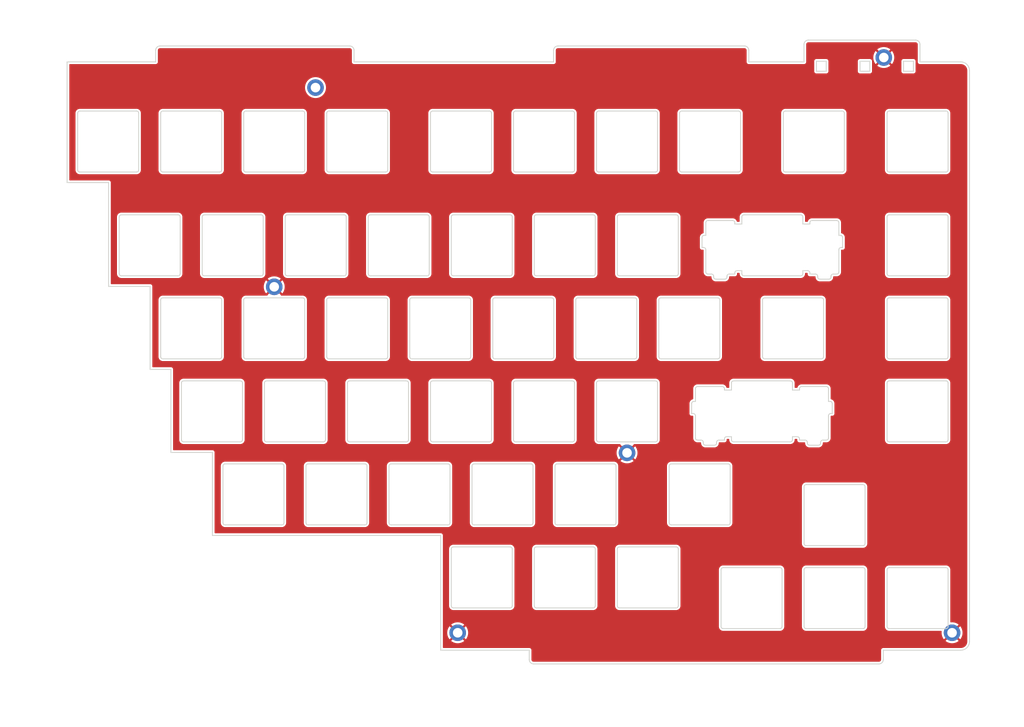
<source format=kicad_pcb>
(kicad_pcb (version 20240108) (generator "pcbnew") (generator_version "8.0")
  (layers (0 "F.Cu" signal) (31 "B.Cu" signal) (34 "B.Paste" user) (35 "F.Paste" user) (36 "B.SilkS" user "B.Silkscreen") (37 "F.SilkS" user "F.Silkscreen") (38 "B.Mask" user) (39 "F.Mask" user) (44 "Edge.Cuts" user))
  (net 0 "")
  (net 1 "GND")
  (footprint "MountingHole:MountingHole_2.2mm_M2_DIN965_Pad" (layer "F.Cu") (at 188.4875 119.716)
    (property "Reference" "H2" (hide yes))
    (property "Value" "MountingHole_Pad")
    (pad "1" thru_hole circle (at 0 0) (size 3.8 3.8) (drill 2.2) (layers "*.Cu" "*.Mask") (net 1 "GND"))
  )
  (footprint "MountingHole:MountingHole_2.2mm_M2_DIN965_Pad" (layer "F.Cu") (at 107.525 81.6165)
    (property "Reference" "H1" (hide yes))
    (property "Value" "MountingHole_Pad")
    (pad "1" thru_hole circle (at 0 0) (size 3.8 3.8) (drill 2.2) (layers "*.Cu" "*.Mask") (net 1 "GND"))
  )
  (footprint "MountingHole:MountingHole_2.2mm_M2_DIN965_Pad" (layer "F.Cu") (at 263.0695 161)
    (property "Reference" "H3" (hide yes))
    (property "Value" "MountingHole_Pad")
    (pad "1" thru_hole circle (at 0 0) (size 3.8 3.8) (drill 2.2) (layers "*.Cu" "*.Mask") (net 1 "GND"))
  )
  (footprint "MountingHole:MountingHole_2.2mm_M2_DIN965_Pad" (layer "F.Cu") (at 149.625 161)
    (property "Reference" "H4" (hide yes))
    (property "Value" "MountingHole_Pad")
    (pad "1" thru_hole circle (at 0 0) (size 3.8 3.8) (drill 2.2) (layers "*.Cu" "*.Mask") (net 1 "GND"))
  )
  (footprint "MountingHole:MountingHole_2.2mm_M2_DIN965_Pad" (layer "F.Cu") (at 117 35.9)
    (property "Reference" "H1" (hide yes))
    (property "Value" "MountingHole_Pad")
    (pad "1" thru_hole circle (at 0 0) (size 3.8 3.8) (drill 2.2) (layers "*.Cu" "*.Mask"))
  )
  (footprint "MountingHole:MountingHole_2.2mm_M2_DIN965_Pad" (layer "F.Cu") (at 247.4005 29)
    (property "Reference" "H5" (hide yes))
    (property "Value" "MountingHole_Pad")
    (pad "1" thru_hole circle (at 0 0) (size 3.8 3.8) (drill 2.2) (layers "*.Cu" "*.Mask") (net 1 "GND"))
  )
  (gr_arc (start 96.2625 136.2415) (mid 95.908947 136.095053) (end 95.7625 135.7415) (stroke (width 0.2)) (layer "Edge.Cuts"))
  (gr_line (start 204.17835 116.2884) (end 204.17835 111.192529) (stroke (width 0.2)) (layer "Edge.Cuts"))
  (gr_arc (start 206.4818 117.9639) (mid 206.125739 117.814911) (end 205.98175 117.4568) (stroke (width 0.2)) (layer "Edge.Cuts"))
  (gr_line (start 206.5596 78.1955) (end 206.5596 73.0995) (stroke (width 0.2)) (layer "Edge.Cuts"))
  (gr_line (start 142.6 79.0915) (end 129.6 79.0915) (stroke (width 0.2)) (layer "Edge.Cuts"))
  (gr_arc (start 185.9625 135.7415) (mid 185.816053 136.095053) (end 185.4625 136.2415) (stroke (width 0.2)) (layer "Edge.Cuts"))
  (gr_arc (start 243.1125 159.554) (mid 242.966053 159.907553) (end 242.6125 160.054) (stroke (width 0.2)) (layer "Edge.Cuts"))
  (gr_arc (start 242.6125 127.004) (mid 242.966053 127.150447) (end 243.1125 127.504) (stroke (width 0.2)) (layer "Edge.Cuts"))
  (gr_arc (start 128.8125 135.7415) (mid 128.666053 136.095053) (end 128.3125 136.2415) (stroke (width 0.2)) (layer "Edge.Cuts"))
  (gr_line (start 212.94375 103.1915) (end 225.9437 103.1915) (stroke (width 0.2)) (layer "Edge.Cuts"))
  (gr_arc (start 109.7625 135.7415) (mid 109.616053 136.095053) (end 109.2625 136.2415) (stroke (width 0.2)) (layer "Edge.Cuts"))
  (gr_arc (start 124.05 78.5915) (mid 123.903553 78.945053) (end 123.55 79.0915) (stroke (width 0.2)) (layer "Edge.Cuts"))
  (gr_line (start 156.8875 55.279) (end 143.8875 55.279) (stroke (width 0.2)) (layer "Edge.Cuts"))
  (gr_arc (start 120.075 55.279) (mid 119.721447 55.132553) (end 119.575 54.779) (stroke (width 0.2)) (layer "Edge.Cuts"))
  (gr_arc (start 91.5 79.0915) (mid 91.146447 78.945053) (end 91 78.5915) (stroke (width 0.2)) (layer "Edge.Cuts"))
  (gr_arc (start 195.4875 116.6915) (mid 195.341053 117.045053) (end 194.9875 117.1915) (stroke (width 0.2)) (layer "Edge.Cuts"))
  (gr_arc (start 177.225 98.1415) (mid 176.871447 97.995053) (end 176.725 97.6415) (stroke (width 0.2)) (layer "Edge.Cuts"))
  (gr_arc (start 209.275 84.1415) (mid 209.628553 84.287947) (end 209.775 84.6415) (stroke (width 0.2)) (layer "Edge.Cuts"))
  (gr_line (start 153.4125 122.2415) (end 166.4125 122.2415) (stroke (width 0.2)) (layer "Edge.Cuts"))
  (gr_line (start 251.9445 32.15) (end 251.9445 29.85) (stroke (width 0.2)) (layer "Edge.Cuts"))
  (gr_line (start 180.7 155.2915) (end 167.7 155.2915) (stroke (width 0.2)) (layer "Edge.Cuts"))
  (gr_line (start 128.3125 136.2415) (end 115.3125 136.2415) (stroke (width 0.2)) (layer "Edge.Cuts"))
  (gr_line (start 76.425 41.779) (end 76.425 54.779) (stroke (width 0.2)) (layer "Edge.Cuts"))
  (gr_arc (start 100.2375 116.6915) (mid 100.091053 117.045053) (end 99.7375 117.1915) (stroke (width 0.2)) (layer "Edge.Cuts"))
  (gr_line (start 83.8125 100.5665) (end 83.8125 119.6165) (stroke (width 0.2)) (layer "Edge.Cuts"))
  (gr_arc (start 224.0625 159.554) (mid 223.916053 159.907553) (end 223.5625 160.054) (stroke (width 0.2)) (layer "Edge.Cuts"))
  (gr_line (start 235.57275 110.6995) (end 235.20915 110.6995) (stroke (width 0.2)) (layer "Edge.Cuts"))
  (gr_arc (start 186.25 65.5915) (mid 186.396447 65.237947) (end 186.75 65.0915) (stroke (width 0.2)) (layer "Edge.Cuts"))
  (gr_arc (start 226.44375 116.6915) (mid 226.2973 117.045036) (end 225.94375 117.1915) (stroke (width 0.2)) (layer "Edge.Cuts"))
  (gr_line (start 138.625 97.6415) (end 138.625 84.6415) (stroke (width 0.2)) (layer "Edge.Cuts"))
  (gr_arc (start 128.3125 122.2415) (mid 128.666053 122.387947) (end 128.8125 122.7415) (stroke (width 0.2)) (layer "Edge.Cuts"))
  (gr_arc (start 120.075 98.1415) (mid 119.721447 97.995053) (end 119.575 97.6415) (stroke (width 0.2)) (layer "Edge.Cuts"))
  (gr_arc (start 230.3578 117.9639) (mid 230.001739 117.814911) (end 229.85775 117.4568) (stroke (width 0.2)) (layer "Edge.Cuts"))
  (gr_arc (start 207.863 78.6955) (mid 208.216553 78.841947) (end 208.363 79.1955) (stroke (width 0.2)) (layer "Edge.Cuts"))
  (gr_line (start 167.2 78.5915) (end 167.2 65.5915) (stroke (width 0.2)) (layer "Edge.Cuts"))
  (gr_line (start 120.075 84.1415) (end 133.075 84.1415) (stroke (width 0.2)) (layer "Edge.Cuts"))
  (gr_line (start 85.45 79.0915) (end 72.45 79.0915) (stroke (width 0.2)) (layer "Edge.Cuts"))
  (gr_arc (start 171.627 27.35) (mid 171.919893 26.642893) (end 172.627 26.35) (stroke (width 0.2)) (layer "Edge.Cuts"))
  (gr_arc (start 137.8375 103.1915) (mid 138.191053 103.337947) (end 138.3375 103.6915) (stroke (width 0.2)) (layer "Edge.Cuts"))
  (gr_arc (start 248.6625 79.0915) (mid 248.308947 78.945053) (end 248.1625 78.5915) (stroke (width 0.2)) (layer "Edge.Cuts"))
  (gr_line (start 91 78.5915) (end 91 65.5915) (stroke (width 0.2)) (layer "Edge.Cuts"))
  (gr_arc (start 138.3375 116.6915) (mid 138.191053 117.045053) (end 137.8375 117.1915) (stroke (width 0.2)) (layer "Edge.Cuts"))
  (gr_line (start 91.5 65.0915) (end 104.5 65.0915) (stroke (width 0.2)) (layer "Edge.Cuts"))
  (gr_line (start 213.2144 78.6955) (end 211.911 78.6955) (stroke (width 0.2)) (layer "Edge.Cuts"))
  (gr_line (start 265.0685 30) (end 255.7005 30) (stroke (width 0.2)) (layer "Edge.Cuts"))
  (gr_arc (start 138.625 84.6415) (mid 138.771447 84.287947) (end 139.125 84.1415) (stroke (width 0.2)) (layer "Edge.Cuts"))
  (gr_line (start 228.55435 104.5019) (end 234.2091 104.5019) (stroke (width 0.2)) (layer "Edge.Cuts"))
  (gr_arc (start 262.1625 116.6915) (mid 262.016053 117.045053) (end 261.6625 117.1915) (stroke (width 0.2)) (layer "Edge.Cuts"))
  (gr_line (start 166.4125 136.2415) (end 153.4125 136.2415) (stroke (width 0.2)) (layer "Edge.Cuts"))
  (gr_line (start 224.35 54.779) (end 224.35 41.779) (stroke (width 0.2)) (layer "Edge.Cuts"))
  (gr_line (start 262.1625 146.554) (end 262.1625 159.554) (stroke (width 0.2)) (layer "Edge.Cuts"))
  (gr_line (start 143.3875 54.779) (end 143.3875 41.779) (stroke (width 0.2)) (layer "Edge.Cuts"))
  (gr_line (start 143.8875 103.1915) (end 156.8875 103.1915) (stroke (width 0.2)) (layer "Edge.Cuts"))
  (gr_line (start 228.05435 105.3147) (end 228.05435 105.0019) (stroke (width 0.2)) (layer "Edge.Cuts"))
  (gr_arc (start 195.4875 54.779) (mid 195.341053 55.132553) (end 194.9875 55.279) (stroke (width 0.2)) (layer "Edge.Cuts"))
  (gr_line (start 228.825 77.9081) (end 228.825 78.5915) (stroke (width 0.2)) (layer "Edge.Cuts"))
  (gr_arc (start 147.8625 135.7415) (mid 147.716053 136.095053) (end 147.3625 136.2415) (stroke (width 0.2)) (layer "Edge.Cuts"))
  (gr_line (start 105 65.5915) (end 105 78.5915) (stroke (width 0.2)) (layer "Edge.Cuts"))
  (gr_arc (start 171.175 84.1415) (mid 171.528553 84.287947) (end 171.675 84.6415) (stroke (width 0.2)) (layer "Edge.Cuts"))
  (gr_line (start 129.6 65.0915) (end 142.6 65.0915) (stroke (width 0.2)) (layer "Edge.Cuts"))
  (gr_arc (start 229.9356 77.9081) (mid 230.289153 78.054547) (end 230.4356 78.4081) (stroke (width 0.2)) (layer "Edge.Cuts"))
  (gr_arc (start 211.411 79.1955) (mid 211.557447 78.841947) (end 211.911 78.6955) (stroke (width 0.2)) (layer "Edge.Cuts"))
  (gr_line (start 167.7 141.2915) (end 180.7 141.2915) (stroke (width 0.2)) (layer "Edge.Cuts"))
  (gr_arc (start 114.525 54.779) (mid 114.378553 55.132553) (end 114.025 55.279) (stroke (width 0.2)) (layer "Edge.Cuts"))
  (gr_line (start 242.6125 141.004) (end 229.6125 141.004) (stroke (width 0.2)) (layer "Edge.Cuts"))
  (gr_arc (start 224.35 41.779) (mid 224.496447 41.425447) (end 224.85 41.279) (stroke (width 0.2)) (layer "Edge.Cuts"))
  (gr_line (start 81.975 41.279) (end 94.975 41.279) (stroke (width 0.2)) (layer "Edge.Cuts"))
  (gr_arc (start 248.1625 41.779) (mid 248.308947 41.425447) (end 248.6625 41.279) (stroke (width 0.2)) (layer "Edge.Cuts"))
  (gr_arc (start 248.1625 84.6415) (mid 248.308947 84.287947) (end 248.6625 84.1415) (stroke (width 0.2)) (layer "Edge.Cuts"))
  (gr_arc (start 119.575 41.779) (mid 119.721447 41.425447) (end 120.075 41.279) (stroke (width 0.2)) (layer "Edge.Cuts"))
  (gr_line (start 62.425 54.779) (end 62.425 41.779) (stroke (width 0.2)) (layer "Edge.Cuts"))
  (gr_line (start 100.525 54.779) (end 100.525 41.779) (stroke (width 0.2)) (layer "Edge.Cuts"))
  (gr_line (start 216.427 30) (end 216.427 27.35) (stroke (width 0.2)) (layer "Edge.Cuts"))
  (gr_arc (start 228.05435 105.0019) (mid 228.2008 104.648364) (end 228.55435 104.5019) (stroke (width 0.2)) (layer "Edge.Cuts"))
  (gr_arc (start 200.5375 41.779) (mid 200.683947 41.425447) (end 201.0375 41.279) (stroke (width 0.2)) (layer "Edge.Cuts"))
  (gr_line (start 226.44375 103.698671) (end 226.44375 105.3147) (stroke (width 0.2)) (layer "Edge.Cuts"))
  (gr_line (start 157.3875 41.779) (end 157.3875 54.779) (stroke (width 0.2)) (layer "Edge.Cuts"))
  (gr_line (start 223.5625 160.054) (end 210.5625 160.054) (stroke (width 0.2)) (layer "Edge.Cuts"))
  (gr_arc (start 181.4875 103.6915) (mid 181.633947 103.337947) (end 181.9875 103.1915) (stroke (width 0.2)) (layer "Edge.Cuts"))
  (gr_arc (start 104.5 65.0915) (mid 104.853553 65.237947) (end 105 65.5915) (stroke (width 0.2)) (layer "Edge.Cuts"))
  (gr_arc (start 162.9375 117.1915) (mid 162.583947 117.045053) (end 162.4375 116.6915) (stroke (width 0.2)) (layer "Edge.Cuts"))
  (gr_arc (start 118.7875 103.1915) (mid 119.141053 103.337947) (end 119.2875 103.6915) (stroke (width 0.2)) (layer "Edge.Cuts"))
  (gr_arc (start 80.321 27.35) (mid 80.613893 26.642893) (end 81.321 26.35) (stroke (width 0.2)) (layer "Edge.Cuts"))
  (gr_line (start 148.65 141.2915) (end 161.65 141.2915) (stroke (width 0.2)) (layer "Edge.Cuts"))
  (gr_line (start 234.70915 111.1995) (end 234.70915 116.2955) (stroke (width 0.2)) (layer "Edge.Cuts"))
  (gr_arc (start 205.4816 116.7955) (mid 205.83275 116.939479) (end 205.98175 117.288529) (stroke (width 0.2)) (layer "Edge.Cuts"))
  (gr_line (start 109.2625 136.2415) (end 96.2625 136.2415) (stroke (width 0.2)) (layer "Edge.Cuts"))
  (gr_arc (start 215.325 79.0915) (mid 214.971447 78.945053) (end 214.825 78.5915) (stroke (width 0.2)) (layer "Edge.Cuts"))
  (gr_arc (start 203.31475 108.4055) (mid 203.4612 108.051964) (end 203.81475 107.9055) (stroke (width 0.2)) (layer "Edge.Cuts"))
  (gr_line (start 238.35 41.779) (end 238.35 54.779) (stroke (width 0.2)) (layer "Edge.Cuts"))
  (gr_arc (start 261.6625 146.054) (mid 262.016053 146.200447) (end 262.1625 146.554) (stroke (width 0.2)) (layer "Edge.Cuts"))
  (gr_line (start 119.2875 103.6915) (end 119.2875 116.6915) (stroke (width 0.2)) (layer "Edge.Cuts"))
  (gr_arc (start 223.5625 146.054) (mid 223.916053 146.200447) (end 224.0625 146.554) (stroke (width 0.2)) (layer "Edge.Cuts"))
  (gr_arc (start 86.2375 103.6915) (mid 86.383947 103.337947) (end 86.7375 103.1915) (stroke (width 0.2)) (layer "Edge.Cuts"))
  (gr_arc (start 110.55 79.0915) (mid 110.196447 78.945053) (end 110.05 78.5915) (stroke (width 0.2)) (layer "Edge.Cuts"))
  (gr_line (start 198.15625 135.7344) (end 198.15625 122.7415) (stroke (width 0.2)) (layer "Edge.Cuts"))
  (gr_arc (start 101.025 55.279) (mid 100.671447 55.132553) (end 100.525 54.779) (stroke (width 0.2)) (layer "Edge.Cuts"))
  (gr_line (start 234.1945 29.85) (end 234.1945 32.15) (stroke (width 0.2)) (layer "Edge.Cuts"))
  (gr_line (start 69.525 81.5165) (end 79.05 81.5165) (stroke (width 0.2)) (layer "Edge.Cuts"))
  (gr_line (start 231.9445 29.85) (end 234.1945 29.85) (stroke (width 0.2)) (layer "Edge.Cuts"))
  (gr_line (start 175.9375 55.279) (end 162.9375 55.279) (stroke (width 0.2)) (layer "Edge.Cuts"))
  (gr_line (start 262.1625 41.779) (end 262.1625 54.779) (stroke (width 0.2)) (layer "Edge.Cuts"))
  (gr_arc (start 181.2 154.7915) (mid 181.053553 155.145053) (end 180.7 155.2915) (stroke (width 0.2)) (layer "Edge.Cuts"))
  (gr_line (start 80.321 27.35) (end 80.321 30) (stroke (width 0.2)) (layer "Edge.Cuts"))
  (gr_line (start 134.3625 122.2415) (end 147.3625 122.2415) (stroke (width 0.2)) (layer "Edge.Cuts"))
  (gr_arc (start 214.5375 54.779) (mid 214.391053 55.132553) (end 214.0375 55.279) (stroke (width 0.2)) (layer "Edge.Cuts"))
  (gr_arc (start 230.4356 66.9019) (mid 230.582047 66.548347) (end 230.9356 66.4019) (stroke (width 0.2)) (layer "Edge.Cuts"))
  (gr_line (start 157.675 97.6415) (end 157.675 84.6415) (stroke (width 0.2)) (layer "Edge.Cuts"))
  (gr_arc (start 143.1 78.5915) (mid 142.953553 78.945053) (end 142.6 79.0915) (stroke (width 0.2)) (layer "Edge.Cuts"))
  (gr_arc (start 162.4375 41.779) (mid 162.583947 41.425447) (end 162.9375 41.279) (stroke (width 0.2)) (layer "Edge.Cuts"))
  (gr_arc (start 262.1625 159.554) (mid 262.016053 159.907553) (end 261.6625 160.054) (stroke (width 0.2)) (layer "Edge.Cuts"))
  (gr_arc (start 157.3875 116.6915) (mid 157.241053 117.045053) (end 156.8875 117.1915) (stroke (width 0.2)) (layer "Edge.Cuts"))
  (gr_arc (start 129.1 65.5915) (mid 129.246447 65.237947) (end 129.6 65.0915) (stroke (width 0.2)) (layer "Edge.Cuts"))
  (gr_line (start 212.44375 116.6844) (end 212.44375 116.0081) (stroke (width 0.2)) (layer "Edge.Cuts"))
  (gr_line (start 208.363 79.3639) (end 208.363 79.1955) (stroke (width 0.2)) (layer "Edge.Cuts"))
  (gr_line (start 237.85 55.279) (end 224.85 55.279) (stroke (width 0.2)) (layer "Edge.Cuts"))
  (gr_line (start 229.0905 30) (end 216.427 30) (stroke (width 0.2)) (layer "Edge.Cuts"))
  (gr_line (start 94.975 55.279) (end 81.975 55.279) (stroke (width 0.2)) (layer "Edge.Cuts"))
  (gr_arc (start 176.4375 54.779) (mid 176.291053 55.132553) (end 175.9375 55.279) (stroke (width 0.2)) (layer "Edge.Cuts"))
  (gr_line (start 124.3375 116.6915) (end 124.3375 103.6915) (stroke (width 0.2)) (layer "Edge.Cuts"))
  (gr_line (start 248.1625 78.5915) (end 248.1625 65.5915) (stroke (width 0.2)) (layer "Edge.Cuts"))
  (gr_line (start 261.6625 117.1915) (end 248.6625 117.1915) (stroke (width 0.2)) (layer "Edge.Cuts"))
  (gr_line (start 177.225 84.1415) (end 190.225 84.1415) (stroke (width 0.2)) (layer "Edge.Cuts"))
  (gr_arc (start 181.4875 41.779) (mid 181.633947 41.425447) (end 181.9875 41.279) (stroke (width 0.2)) (layer "Edge.Cuts"))
  (gr_arc (start 158.175 98.1415) (mid 157.821447 97.995053) (end 157.675 97.6415) (stroke (width 0.2)) (layer "Edge.Cuts"))
  (gr_arc (start 86.7375 117.1915) (mid 86.383947 117.045053) (end 86.2375 116.6915) (stroke (width 0.2)) (layer "Edge.Cuts"))
  (gr_line (start 81.475 54.779) (end 81.475 41.779) (stroke (width 0.2)) (layer "Edge.Cuts"))
  (gr_arc (start 198.6563 136.2415) (mid 198.300239 136.092511) (end 198.15625 135.7344) (stroke (width 0.2)) (layer "Edge.Cuts"))
  (gr_line (start 114.025 98.1415) (end 101.025 98.1415) (stroke (width 0.2)) (layer "Edge.Cuts"))
  (gr_line (start 139.125 84.1415) (end 152.125 84.1415) (stroke (width 0.2)) (layer "Edge.Cuts"))
  (gr_arc (start 81.475 41.779) (mid 81.621447 41.425447) (end 81.975 41.279) (stroke (width 0.2)) (layer "Edge.Cuts"))
  (gr_arc (start 100.525 84.6415) (mid 100.671447 84.287947) (end 101.025 84.1415) (stroke (width 0.2)) (layer "Edge.Cuts"))
  (gr_line (start 81.475 97.6415) (end 81.475 84.6415) (stroke (width 0.2)) (layer "Edge.Cuts"))
  (gr_line (start 71.95 78.5915) (end 71.95 65.5915) (stroke (width 0.2)) (layer "Edge.Cuts"))
  (gr_arc (start 194.9875 103.1915) (mid 195.341053 103.337947) (end 195.4875 103.6915) (stroke (width 0.2)) (layer "Edge.Cuts"))
  (gr_line (start 203.81475 107.9055) (end 204.17835 107.9055) (stroke (width 0.2)) (layer "Edge.Cuts"))
  (gr_arc (start 85.95 78.5915) (mid 85.803553 78.945053) (end 85.45 79.0915) (stroke (width 0.2)) (layer "Edge.Cuts"))
  (gr_line (start 213.2144 67.2147) (end 214.825 67.2147) (stroke (width 0.2)) (layer "Edge.Cuts"))
  (gr_line (start 133.575 84.6415) (end 133.575 97.6415) (stroke (width 0.2)) (layer "Edge.Cuts"))
  (gr_line (start 72.45 65.0915) (end 85.45 65.0915) (stroke (width 0.2)) (layer "Edge.Cuts"))
  (gr_line (start 206.5596 69.8055) (end 206.5596 66.9019) (stroke (width 0.2)) (layer "Edge.Cuts"))
  (gr_arc (start 209.02975 117.4639) (mid 208.8833 117.817436) (end 208.52975 117.9639) (stroke (width 0.2)) (layer "Edge.Cuts"))
  (gr_line (start 212.44375 116.0081) (end 211.33315 116.0081) (stroke (width 0.2)) (layer "Edge.Cuts"))
  (gr_arc (start 214.0375 41.279) (mid 214.391053 41.425447) (end 214.5375 41.779) (stroke (width 0.2)) (layer "Edge.Cuts"))
  (gr_line (start 247.2905 165) (end 265.0685 165) (stroke (width 0.2)) (layer "Edge.Cuts"))
  (gr_line (start 114.025 55.279) (end 101.025 55.279) (stroke (width 0.2)) (layer "Edge.Cuts"))
  (gr_line (start 69.525 57.704) (end 69.525 81.5165) (stroke (width 0.2)) (layer "Edge.Cuts"))
  (gr_line (start 236.5904 78.6955) (end 235.787 78.6955) (stroke (width 0.2)) (layer "Edge.Cuts"))
  (gr_arc (start 123.55 65.0915) (mid 123.903553 65.237947) (end 124.05 65.5915) (stroke (width 0.2)) (layer "Edge.Cuts"))
  (gr_arc (start 134.3625 136.2415) (mid 134.008947 136.095053) (end 133.8625 135.7415) (stroke (width 0.2)) (layer "Edge.Cuts"))
  (gr_arc (start 210.83315 116.5081) (mid 210.9796 116.154564) (end 211.33315 116.0081) (stroke (width 0.2)) (layer "Edge.Cuts"))
  (gr_arc (start 243.1125 140.504) (mid 242.966053 140.857553) (end 242.6125 141.004) (stroke (width 0.2)) (layer "Edge.Cuts"))
  (gr_arc (start 176.4375 116.6915) (mid 176.291053 117.045053) (end 175.9375 117.1915) (stroke (width 0.2)) (layer "Edge.Cuts"))
  (gr_line (start 195.4875 103.6915) (end 195.4875 116.6915) (stroke (width 0.2)) (layer "Edge.Cuts"))
  (gr_arc (start 209.775 97.6415) (mid 209.628553 97.995053) (end 209.275 98.1415) (stroke (width 0.2)) (layer "Edge.Cuts"))
  (gr_line (start 143.1 65.5915) (end 143.1 78.5915) (stroke (width 0.2)) (layer "Edge.Cuts"))
  (gr_line (start 209.775 84.6415) (end 209.775 97.6415) (stroke (width 0.2)) (layer "Edge.Cuts"))
  (gr_line (start 93.3375 138.6665) (end 145.725 138.6665) (stroke (width 0.2)) (layer "Edge.Cuts"))
  (gr_line (start 232.239 79.3639) (end 232.239 79.1955) (stroke (width 0.2)) (layer "Edge.Cuts"))
  (gr_line (start 199.75 155.2915) (end 186.75 155.2915) (stroke (width 0.2)) (layer "Edge.Cuts"))
  (gr_line (start 86.7375 103.1915) (end 99.7375 103.1915) (stroke (width 0.2)) (layer "Edge.Cuts"))
  (gr_arc (start 214.825 65.5915) (mid 214.971447 65.237947) (end 215.325 65.0915) (stroke (width 0.2)) (layer "Edge.Cuts"))
  (gr_line (start 262.1625 84.6415) (end 262.1625 97.6415) (stroke (width 0.2)) (layer "Edge.Cuts"))
  (gr_arc (start 185.4625 122.2415) (mid 185.816053 122.387947) (end 185.9625 122.7415) (stroke (width 0.2)) (layer "Edge.Cuts"))
  (gr_line (start 241.9445 32.15) (end 241.9445 29.85) (stroke (width 0.2)) (layer "Edge.Cuts"))
  (gr_arc (start 232.90575 117.4639) (mid 232.7593 117.817436) (end 232.40575 117.9639) (stroke (width 0.2)) (layer "Edge.Cuts"))
  (gr_line (start 114.8125 135.7415) (end 114.8125 122.7415) (stroke (width 0.2)) (layer "Edge.Cuts"))
  (gr_line (start 232.40575 117.9639) (end 230.3578 117.9639) (stroke (width 0.2)) (layer "Edge.Cuts"))
  (gr_arc (start 133.8625 122.7415) (mid 134.008947 122.387947) (end 134.3625 122.2415) (stroke (width 0.2)) (layer "Edge.Cuts"))
  (gr_arc (start 167.2 141.7915) (mid 167.346447 141.437947) (end 167.7 141.2915) (stroke (width 0.2)) (layer "Edge.Cuts"))
  (gr_line (start 254.1945 32.15) (end 251.9445 32.15) (stroke (width 0.2)) (layer "Edge.Cuts"))
  (gr_arc (start 133.075 84.1415) (mid 133.428553 84.287947) (end 133.575 84.6415) (stroke (width 0.2)) (layer "Edge.Cuts"))
  (gr_arc (start 148.15 141.7915) (mid 148.296447 141.437947) (end 148.65 141.2915) (stroke (width 0.2)) (layer "Edge.Cuts"))
  (gr_line (start 229.85775 117.4568) (end 229.85775 117.288529) (stroke (width 0.2)) (layer "Edge.Cuts"))
  (gr_arc (start 139.125 98.1415) (mid 138.771447 97.995053) (end 138.625 97.6415) (stroke (width 0.2)) (layer "Edge.Cuts"))
  (gr_line (start 248.1625 54.779) (end 248.1625 41.779) (stroke (width 0.2)) (layer "Edge.Cuts"))
  (gr_arc (start 124.847 26.35) (mid 125.554107 26.642893) (end 125.847 27.35) (stroke (width 0.2)) (layer "Edge.Cuts"))
  (gr_arc (start 207.0596 78.6955) (mid 206.706047 78.549053) (end 206.5596 78.1955) (stroke (width 0.2)) (layer "Edge.Cuts"))
  (gr_arc (start 265.0685 30) (mid 266.482714 30.585786) (end 267.0685 32) (stroke (width 0.2)) (layer "Edge.Cuts"))
  (gr_arc (start 219.5875 84.6415) (mid 219.733947 84.287947) (end 220.0875 84.1415) (stroke (width 0.2)) (layer "Edge.Cuts"))
  (gr_arc (start 248.6625 160.054) (mid 248.308947 159.907553) (end 248.1625 159.554) (stroke (width 0.2)) (layer "Edge.Cuts"))
  (gr_arc (start 234.2091 104.5019) (mid 234.565186 104.650914) (end 234.70915 105.009071) (stroke (width 0.2)) (layer "Edge.Cuts"))
  (gr_line (start 138.3375 103.6915) (end 138.3375 116.6915) (stroke (width 0.2)) (layer "Edge.Cuts"))
  (gr_arc (start 152.125 84.1415) (mid 152.478553 84.287947) (end 152.625 84.6415) (stroke (width 0.2)) (layer "Edge.Cuts"))
  (gr_arc (start 190.225 84.1415) (mid 190.578553 84.287947) (end 190.725 84.6415) (stroke (width 0.2)) (layer "Edge.Cuts"))
  (gr_line (start 210.0625 159.554) (end 210.0625 146.554) (stroke (width 0.2)) (layer "Edge.Cuts"))
  (gr_line (start 201.0375 41.279) (end 214.0375 41.279) (stroke (width 0.2)) (layer "Edge.Cuts"))
  (gr_arc (start 142.6 65.0915) (mid 142.953553 65.237947) (end 143.1 65.5915) (stroke (width 0.2)) (layer "Edge.Cuts"))
  (gr_line (start 133.075 55.279) (end 120.075 55.279) (stroke (width 0.2)) (layer "Edge.Cuts"))
  (gr_line (start 227.5542 116.0081) (end 226.44375 116.0081) (stroke (width 0.2)) (layer "Edge.Cuts"))
  (gr_arc (start 262.1625 78.5915) (mid 262.016053 78.945053) (end 261.6625 79.0915) (stroke (width 0.2)) (layer "Edge.Cuts"))
  (gr_line (start 229.1125 159.554) (end 229.1125 146.554) (stroke (width 0.2)) (layer "Edge.Cuts"))
  (gr_line (start 261.6625 98.1415) (end 248.6625 98.1415) (stroke (width 0.2)) (layer "Edge.Cuts"))
  (gr_arc (start 212.15625 135.7415) (mid 212.0098 136.095036) (end 211.65625 136.2415) (stroke (width 0.2)) (layer "Edge.Cuts"))
  (gr_arc (start 206.0596 72.5995) (mid 206.413153 72.745947) (end 206.5596 73.0995) (stroke (width 0.2)) (layer "Edge.Cuts"))
  (gr_line (start 109.7625 122.7415) (end 109.7625 135.7415) (stroke (width 0.2)) (layer "Edge.Cuts"))
  (gr_arc (start 156.8875 41.279) (mid 157.241053 41.425447) (end 157.3875 41.779) (stroke (width 0.2)) (layer "Edge.Cuts"))
  (gr_line (start 243.1125 127.504) (end 243.1125 140.504) (stroke (width 0.2)) (layer "Edge.Cuts"))
  (gr_line (start 194.9875 55.279) (end 181.9875 55.279) (stroke (width 0.2)) (layer "Edge.Cuts"))
  (gr_line (start 209.02975 117.2955) (end 209.02975 117.4639) (stroke (width 0.2)) (layer "Edge.Cuts"))
  (gr_arc (start 199.75 141.2915) (mid 200.103553 141.437947) (end 200.25 141.7915) (stroke (width 0.2)) (layer "Edge.Cuts"))
  (gr_arc (start 72.45 79.0915) (mid 72.096447 78.945053) (end 71.95 78.5915) (stroke (width 0.2)) (layer "Edge.Cuts"))
  (gr_line (start 244.1945 32.15) (end 241.9445 32.15) (stroke (width 0.2)) (layer "Edge.Cuts"))
  (gr_line (start 93.3375 119.6165) (end 93.3375 138.6665) (stroke (width 0.2)) (layer "Edge.Cuts"))
  (gr_line (start 234.20915 116.7955) (end 233.40575 116.7955) (stroke (width 0.2)) (layer "Edge.Cuts"))
  (gr_arc (start 114.8125 122.7415) (mid 114.958947 122.387947) (end 115.3125 122.2415) (stroke (width 0.2)) (layer "Edge.Cuts"))
  (gr_arc (start 248.1625 103.6915) (mid 248.308947 103.337947) (end 248.6625 103.1915) (stroke (width 0.2)) (layer "Edge.Cuts"))
  (gr_arc (start 133.075 41.279) (mid 133.428553 41.425447) (end 133.575 41.779) (stroke (width 0.2)) (layer "Edge.Cuts"))
  (gr_arc (start 196.275 98.1415) (mid 195.921447 97.995053) (end 195.775 97.6415) (stroke (width 0.2)) (layer "Edge.Cuts"))
  (gr_line (start 190.725 84.6415) (end 190.725 97.6415) (stroke (width 0.2)) (layer "Edge.Cuts"))
  (gr_arc (start 95.7625 122.7415) (mid 95.908947 122.387947) (end 96.2625 122.2415) (stroke (width 0.2)) (layer "Edge.Cuts"))
  (gr_arc (start 234.70915 116.2955) (mid 234.5627 116.649036) (end 234.20915 116.7955) (stroke (width 0.2)) (layer "Edge.Cuts"))
  (gr_arc (start 248.6625 55.279) (mid 248.308947 55.132553) (end 248.1625 54.779) (stroke (width 0.2)) (layer "Edge.Cuts"))
  (gr_line (start 195.4875 41.779) (end 195.4875 54.779) (stroke (width 0.2)) (layer "Edge.Cuts"))
  (gr_line (start 94.975 98.1415) (end 81.975 98.1415) (stroke (width 0.2)) (layer "Edge.Cuts"))
  (gr_line (start 205.4816 116.7955) (end 204.6784 116.7955) (stroke (width 0.2)) (layer "Edge.Cuts"))
  (gr_line (start 215.427 26.35) (end 172.627 26.35) (stroke (width 0.2)) (layer "Edge.Cuts"))
  (gr_arc (start 162.15 78.5915) (mid 162.003553 78.945053) (end 161.65 79.0915) (stroke (width 0.2)) (layer "Edge.Cuts"))
  (gr_arc (start 161.65 141.2915) (mid 162.003553 141.437947) (end 162.15 141.7915) (stroke (width 0.2)) (layer "Edge.Cuts"))
  (gr_line (start 167.2 154.7915) (end 167.2 141.7915) (stroke (width 0.2)) (layer "Edge.Cuts"))
  (gr_line (start 104.5 79.0915) (end 91.5 79.0915) (stroke (width 0.2)) (layer "Edge.Cuts"))
  (gr_arc (start 157.3875 54.779) (mid 157.241053 55.132553) (end 156.8875 55.279) (stroke (width 0.2)) (layer "Edge.Cuts"))
  (gr_line (start 162.9375 41.279) (end 175.9375 41.279) (stroke (width 0.2)) (layer "Edge.Cuts"))
  (gr_arc (start 248.1625 65.5915) (mid 248.308947 65.237947) (end 248.6625 65.0915) (stroke (width 0.2)) (layer "Edge.Cuts"))
  (gr_line (start 166.9125 122.7415) (end 166.9125 135.7415) (stroke (width 0.2)) (layer "Edge.Cuts"))
  (gr_line (start 234.70915 107.9055) (end 235.0727 107.9055) (stroke (width 0.2)) (layer "Edge.Cuts"))
  (gr_line (start 152.625 84.6415) (end 152.625 97.6415) (stroke (width 0.2)) (layer "Edge.Cuts"))
  (gr_line (start 161.65 155.2915) (end 148.65 155.2915) (stroke (width 0.2)) (layer "Edge.Cuts"))
  (gr_line (start 196.275 84.1415) (end 209.275 84.1415) (stroke (width 0.2)) (layer "Edge.Cuts"))
  (gr_line (start 115.3125 122.2415) (end 128.3125 122.2415) (stroke (width 0.2)) (layer "Edge.Cuts"))
  (gr_line (start 129.1 78.5915) (end 129.1 65.5915) (stroke (width 0.2)) (layer "Edge.Cuts"))
  (gr_line (start 210.83315 116.7955) (end 209.52975 116.7955) (stroke (width 0.2)) (layer "Edge.Cuts"))
  (gr_line (start 210.83315 116.5081) (end 210.83315 116.7955) (stroke (width 0.2)) (layer "Edge.Cuts"))
  (gr_arc (start 91 65.5915) (mid 91.146447 65.237947) (end 91.5 65.0915) (stroke (width 0.2)) (layer "Edge.Cuts"))
  (gr_line (start 262.1625 65.5915) (end 262.1625 78.5915) (stroke (width 0.2)) (layer "Edge.Cuts"))
  (gr_line (start 186.75 141.2915) (end 199.75 141.2915) (stroke (width 0.2)) (layer "Edge.Cuts"))
  (gr_line (start 215.325 65.0915) (end 228.325 65.0915) (stroke (width 0.2)) (layer "Edge.Cuts"))
  (gr_line (start 229.3576 116.7955) (end 228.05435 116.7955) (stroke (width 0.2)) (layer "Edge.Cuts"))
  (gr_line (start 120.075 41.279) (end 133.075 41.279) (stroke (width 0.2)) (layer "Edge.Cuts"))
  (gr_arc (start 229.1125 146.554) (mid 229.258947 146.200447) (end 229.6125 146.054) (stroke (width 0.2)) (layer "Edge.Cuts"))
  (gr_arc (start 247.2905 167.15) (mid 246.997607 167.857107) (end 246.2905 168.15) (stroke (width 0.2)) (layer "Edge.Cuts"))
  (gr_line (start 181.4875 54.779) (end 181.4875 41.779) (stroke (width 0.2)) (layer "Edge.Cuts"))
  (gr_arc (start 167.2 65.5915) (mid 167.346447 65.237947) (end 167.7 65.0915) (stroke (width 0.2)) (layer "Edge.Cuts"))
  (gr_line (start 176.725 97.6415) (end 176.725 84.6415) (stroke (width 0.2)) (layer "Edge.Cuts"))
  (gr_arc (start 231.739 78.6955) (mid 232.092553 78.841947) (end 232.239 79.1955) (stroke (width 0.2)) (layer "Edge.Cuts"))
  (gr_line (start 248.1625 159.554) (end 248.1625 146.554) (stroke (width 0.2)) (layer "Edge.Cuts"))
  (gr_arc (start 175.9375 41.279) (mid 176.291053 41.425447) (end 176.4375 41.779) (stroke (width 0.2)) (layer "Edge.Cuts"))
  (gr_arc (start 105.2875 103.6915) (mid 105.433947 103.337947) (end 105.7875 103.1915) (stroke (width 0.2)) (layer "Edge.Cuts"))
  (gr_line (start 195.775 97.6415) (end 195.775 84.6415) (stroke (width 0.2)) (layer "Edge.Cuts"))
  (gr_line (start 186.75 65.0915) (end 199.75 65.0915) (stroke (width 0.2)) (layer "Edge.Cuts"))
  (gr_line (start 110.55 65.0915) (end 123.55 65.0915) (stroke (width 0.2)) (layer "Edge.Cuts"))
  (gr_arc (start 114.525 97.6415) (mid 114.378553 97.995053) (end 114.025 98.1415) (stroke (width 0.2)) (layer "Edge.Cuts"))
  (gr_line (start 145.725 165) (end 166.0465 165) (stroke (width 0.2)) (layer "Edge.Cuts"))
  (gr_arc (start 232.739 79.8639) (mid 232.385447 79.717453) (end 232.239 79.3639) (stroke (width 0.2)) (layer "Edge.Cuts"))
  (gr_line (start 100.525 97.6415) (end 100.525 84.6415) (stroke (width 0.2)) (layer "Edge.Cuts"))
  (gr_arc (start 233.5875 97.6415) (mid 233.441053 97.995053) (end 233.0875 98.1415) (stroke (width 0.2)) (layer "Edge.Cuts"))
  (gr_line (start 114.525 84.6415) (end 114.525 97.6415) (stroke (width 0.2)) (layer "Edge.Cuts"))
  (gr_line (start 172.4625 122.2415) (end 185.4625 122.2415) (stroke (width 0.2)) (layer "Edge.Cuts"))
  (gr_arc (start 105.7875 117.1915) (mid 105.433947 117.045053) (end 105.2875 116.6915) (stroke (width 0.2)) (layer "Edge.Cuts"))
  (gr_arc (start 229.3576 116.7955) (mid 229.70875 116.939479) (end 229.85775 117.288529) (stroke (width 0.2)) (layer "Edge.Cuts"))
  (gr_arc (start 148.15 65.5915) (mid 148.296447 65.237947) (end 148.65 65.0915) (stroke (width 0.2)) (layer "Edge.Cuts"))
  (gr_line (start 185.9625 122.7415) (end 185.9625 135.7415) (stroke (width 0.2)) (layer "Edge.Cuts"))
  (gr_line (start 255.7005 30) (end 255.7005 26) (stroke (width 0.2)) (layer "Edge.Cuts"))
  (gr_arc (start 220.0875 98.1415) (mid 219.733947 97.995053) (end 219.5875 97.6415) (stroke (width 0.2)) (layer "Edge.Cuts"))
  (gr_arc (start 209.02975 117.2955) (mid 209.1762 116.941964) (end 209.52975 116.7955) (stroke (width 0.2)) (layer "Edge.Cuts"))
  (gr_arc (start 186.25 141.7915) (mid 186.396447 141.437947) (end 186.75 141.2915) (stroke (width 0.2)) (layer "Edge.Cuts"))
  (gr_line (start 233.0875 98.1415) (end 220.0875 98.1415) (stroke (width 0.2)) (layer "Edge.Cuts"))
  (gr_arc (start 233.0875 84.1415) (mid 233.441053 84.287947) (end 233.5875 84.6415) (stroke (width 0.2)) (layer "Edge.Cuts"))
  (gr_line (start 95.7625 135.7415) (end 95.7625 122.7415) (stroke (width 0.2)) (layer "Edge.Cuts"))
  (gr_arc (start 100.525 41.779) (mid 100.671447 41.425447) (end 101.025 41.279) (stroke (width 0.2)) (layer "Edge.Cuts"))
  (gr_line (start 148.15 78.5915) (end 148.15 65.5915) (stroke (width 0.2)) (layer "Edge.Cuts"))
  (gr_line (start 186.25 78.5915) (end 186.25 65.5915) (stroke (width 0.2)) (layer "Edge.Cuts"))
  (gr_line (start 254.7005 25) (end 230.0905 25) (stroke (width 0.2)) (layer "Edge.Cuts"))
  (gr_line (start 171.627 27.35) (end 171.627 30) (stroke (width 0.2)) (layer "Edge.Cuts"))
  (gr_arc (start 229.6125 141.004) (mid 229.258947 140.857553) (end 229.1125 140.504) (stroke (width 0.2)) (layer "Edge.Cuts"))
  (gr_arc (start 232.90575 117.2955) (mid 233.0522 116.941964) (end 233.40575 116.7955) (stroke (width 0.2)) (layer "Edge.Cuts"))
  (gr_arc (start 213.2144 78.4081) (mid 213.360847 78.054547) (end 213.7144 77.9081) (stroke (width 0.2)) (layer "Edge.Cuts"))
  (gr_line (start 79.05 100.5665) (end 83.8125 100.5665) (stroke (width 0.2)) (layer "Edge.Cuts"))
  (gr_arc (start 95.475 54.779) (mid 95.328553 55.132553) (end 94.975 55.279) (stroke (width 0.2)) (layer "Edge.Cuts"))
  (gr_line (start 204.67835 104.5019) (end 210.333 104.5019) (stroke (width 0.2)) (layer "Edge.Cuts"))
  (gr_line (start 176.4375 41.779) (end 176.4375 54.779) (stroke (width 0.2)) (layer "Edge.Cuts"))
  (gr_arc (start 167.7 79.0915) (mid 167.346447 78.945053) (end 167.2 78.5915) (stroke (width 0.2)) (layer "Edge.Cuts"))
  (gr_line (start 147.8625 122.7415) (end 147.8625 135.7415) (stroke (width 0.2)) (layer "Edge.Cuts"))
  (gr_arc (start 166.9125 135.7415) (mid 166.766053 136.095053) (end 166.4125 136.2415) (stroke (width 0.2)) (layer "Edge.Cuts"))
  (gr_line (start 176.4375 103.6915) (end 176.4375 116.6915) (stroke (width 0.2)) (layer "Edge.Cuts"))
  (gr_line (start 248.6625 41.279) (end 261.6625 41.279) (stroke (width 0.2)) (layer "Edge.Cuts"))
  (gr_arc (start 248.6625 117.1915) (mid 248.308947 117.045053) (end 248.1625 116.6915) (stroke (width 0.2)) (layer "Edge.Cuts"))
  (gr_line (start 229.0905 26) (end 229.0905 30) (stroke (width 0.2)) (layer "Edge.Cuts"))
  (gr_arc (start 261.6625 65.0915) (mid 262.016053 65.237947) (end 262.1625 65.5915) (stroke (width 0.2)) (layer "Edge.Cuts"))
  (gr_line (start 228.825 65.5915) (end 228.825 67.2147) (stroke (width 0.2)) (layer "Edge.Cuts"))
  (gr_line (start 166.0465 165) (end 166.0465 167.15) (stroke (width 0.2)) (layer "Edge.Cuts"))
  (gr_line (start 254.1945 29.85) (end 254.1945 32.15) (stroke (width 0.2)) (layer "Edge.Cuts"))
  (gr_arc (start 204.17835 105.0019) (mid 204.3248 104.648364) (end 204.67835 104.5019) (stroke (width 0.2)) (layer "Edge.Cuts"))
  (gr_line (start 214.825 67.2147) (end 214.825 65.5915) (stroke (width 0.2)) (layer "Edge.Cuts"))
  (gr_line (start 224.0625 146.554) (end 224.0625 159.554) (stroke (width 0.2)) (layer "Edge.Cuts"))
  (gr_line (start 162.4375 54.779) (end 162.4375 41.779) (stroke (width 0.2)) (layer "Edge.Cuts"))
  (gr_line (start 118.7875 117.1915) (end 105.7875 117.1915) (stroke (width 0.2)) (layer "Edge.Cuts"))
  (gr_line (start 162.4375 116.6915) (end 162.4375 103.6915) (stroke (width 0.2)) (layer "Edge.Cuts"))
  (gr_line (start 101.025 84.1415) (end 114.025 84.1415) (stroke (width 0.2)) (layer "Edge.Cuts"))
  (gr_line (start 175.9375 117.1915) (end 162.9375 117.1915) (stroke (width 0.2)) (layer "Edge.Cuts"))
  (gr_arc (start 229.0905 26) (mid 229.383393 25.292893) (end 230.0905 25) (stroke (width 0.2)) (layer "Edge.Cuts"))
  (gr_arc (start 166.4125 122.2415) (mid 166.766053 122.387947) (end 166.9125 122.7415) (stroke (width 0.2)) (layer "Edge.Cuts"))
  (gr_arc (start 172.4625 136.2415) (mid 172.108947 136.095053) (end 171.9625 135.7415) (stroke (width 0.2)) (layer "Edge.Cuts"))
  (gr_line (start 85.95 65.5915) (end 85.95 78.5915) (stroke (width 0.2)) (layer "Edge.Cuts"))
  (gr_line (start 214.825 78.5915) (end 214.825 77.9081) (stroke (width 0.2)) (layer "Edge.Cuts"))
  (gr_line (start 181.9875 103.1915) (end 194.9875 103.1915) (stroke (width 0.2)) (layer "Edge.Cuts"))
  (gr_arc (start 114.025 41.279) (mid 114.378553 41.425447) (end 114.525 41.779) (stroke (width 0.2)) (layer "Edge.Cuts"))
  (gr_arc (start 94.975 41.279) (mid 95.328553 41.425447) (end 95.475 41.779) (stroke (width 0.2)) (layer "Edge.Cuts"))
  (gr_line (start 81.975 84.1415) (end 94.975 84.1415) (stroke (width 0.2)) (layer "Edge.Cuts"))
  (gr_line (start 181.4875 116.6915) (end 181.4875 103.6915) (stroke (width 0.2)) (layer "Edge.Cuts"))
  (gr_line (start 226.44375 105.3147) (end 228.05435 105.3147) (stroke (width 0.2)) (layer "Edge.Cuts"))
  (gr_arc (start 157.675 84.6415) (mid 157.821447 84.287947) (end 158.175 84.1415) (stroke (width 0.2)) (layer "Edge.Cuts"))
  (gr_line (start 198.65625 122.2415) (end 211.6562 122.2415) (stroke (width 0.2)) (layer "Edge.Cuts"))
  (gr_line (start 231.9445 32.15) (end 231.9445 29.85) (stroke (width 0.2)) (layer "Edge.Cuts"))
  (gr_arc (start 248.1625 146.554) (mid 248.308947 146.200447) (end 248.6625 146.054) (stroke (width 0.2)) (layer "Edge.Cuts"))
  (gr_arc (start 224.85 55.279) (mid 224.496447 55.132553) (end 224.35 54.779) (stroke (width 0.2)) (layer "Edge.Cuts"))
  (gr_arc (start 210.333 104.5019) (mid 210.689151 104.650878) (end 210.83315 105.009071) (stroke (width 0.2)) (layer "Edge.Cuts"))
  (gr_line (start 210.83315 105.009071) (end 210.83315 105.3147) (stroke (width 0.2)) (layer "Edge.Cuts"))
  (gr_arc (start 181.9875 117.1915) (mid 181.633947 117.045053) (end 181.4875 116.6915) (stroke (width 0.2)) (layer "Edge.Cuts"))
  (gr_arc (start 198.15625 122.7415) (mid 198.3027 122.387964) (end 198.65625 122.2415) (stroke (width 0.2)) (layer "Edge.Cuts"))
  (gr_line (start 162.15 141.7915) (end 162.15 154.7915) (stroke (width 0.2)) (layer "Edge.Cuts"))
  (gr_arc (start 152.625 97.6415) (mid 152.478553 97.995053) (end 152.125 98.1415) (stroke (width 0.2)) (layer "Edge.Cuts"))
  (gr_arc (start 205.696 70.3055) (mid 205.842447 69.951947) (end 206.196 69.8055) (stroke (width 0.2)) (layer "Edge.Cuts"))
  (gr_line (start 251.9445 29.85) (end 254.1945 29.85) (stroke (width 0.2)) (layer "Edge.Cuts"))
  (gr_arc (start 238.35 54.779) (mid 238.203553 55.132553) (end 237.85 55.279) (stroke (width 0.2)) (layer "Edge.Cuts"))
  (gr_line (start 262.1625 103.6915) (end 262.1625 116.6915) (stroke (width 0.2)) (layer "Edge.Cuts"))
  (gr_arc (start 180.7 65.0915) (mid 181.053553 65.237947) (end 181.2 65.5915) (stroke (width 0.2)) (layer "Edge.Cuts"))
  (gr_line (start 161.65 79.0915) (end 148.65 79.0915) (stroke (width 0.2)) (layer "Edge.Cuts"))
  (gr_line (start 248.6625 103.1915) (end 261.6625 103.1915) (stroke (width 0.2)) (layer "Edge.Cuts"))
  (gr_arc (start 228.825 78.5915) (mid 228.678553 78.945053) (end 228.325 79.0915) (stroke (width 0.2)) (layer "Edge.Cuts"))
  (gr_line (start 203.6782 110.6995) (end 203.31475 110.6995) (stroke (width 0.2)) (layer "Edge.Cuts"))
  (gr_line (start 123.55 79.0915) (end 110.55 79.0915) (stroke (width 0.2)) (layer "Edge.Cuts"))
  (gr_line (start 119.575 97.6415) (end 119.575 84.6415) (stroke (width 0.2)) (layer "Edge.Cuts"))
  (gr_line (start 234.70915 105.009071) (end 234.70915 107.9055) (stroke (width 0.2)) (layer "Edge.Cuts"))
  (gr_line (start 205.696 72.5995) (end 205.696 70.3055) (stroke (width 0.2)) (layer "Edge.Cuts"))
  (gr_arc (start 254.7005 25) (mid 255.407607 25.292893) (end 255.7005 26) (stroke (width 0.2)) (layer "Edge.Cuts"))
  (gr_line (start 242.6125 160.054) (end 229.6125 160.054) (stroke (width 0.2)) (layer "Edge.Cuts"))
  (gr_line (start 167.7 65.0915) (end 180.7 65.0915) (stroke (width 0.2)) (layer "Edge.Cuts"))
  (gr_line (start 162.9375 103.1915) (end 175.9375 103.1915) (stroke (width 0.2)) (layer "Edge.Cuts"))
  (gr_line (start 133.075 98.1415) (end 120.075 98.1415) (stroke (width 0.2)) (layer "Edge.Cuts"))
  (gr_arc (start 101.025 98.1415) (mid 100.671447 97.995053) (end 100.525 97.6415) (stroke (width 0.2)) (layer "Edge.Cuts"))
  (gr_arc (start 143.3875 103.6915) (mid 143.533947 103.337947) (end 143.8875 103.1915) (stroke (width 0.2)) (layer "Edge.Cuts"))
  (gr_line (start 207.0596 66.4019) (end 212.7144 66.4019) (stroke (width 0.2)) (layer "Edge.Cuts"))
  (gr_arc (start 210.5625 160.054) (mid 210.208947 159.907553) (end 210.0625 159.554) (stroke (width 0.2)) (layer "Edge.Cuts"))
  (gr_line (start 267.0685 163) (end 267.0685 32) (stroke (width 0.2)) (layer "Edge.Cuts"))
  (gr_arc (start 199.75 65.0915) (mid 200.103553 65.237947) (end 200.25 65.5915) (stroke (width 0.2)) (layer "Edge.Cuts"))
  (gr_line (start 194.9875 117.1915) (end 181.9875 117.1915) (stroke (width 0.2)) (layer "Edge.Cuts"))
  (gr_line (start 203.31475 110.6995) (end 203.31475 108.4055) (stroke (width 0.2)) (layer "Edge.Cuts"))
  (gr_arc (start 181.2 78.5915) (mid 181.053553 78.945053) (end 180.7 79.0915) (stroke (width 0.2)) (layer "Edge.Cuts"))
  (gr_arc (start 143.3875 41.779) (mid 143.533947 41.425447) (end 143.8875 41.279) (stroke (width 0.2)) (layer "Edge.Cuts"))
  (gr_line (start 95.475 84.6415) (end 95.475 97.6415) (stroke (width 0.2)) (layer "Edge.Cuts"))
  (gr_arc (start 262.1625 97.6415) (mid 262.016053 97.995053) (end 261.6625 98.1415) (stroke (width 0.2)) (layer "Edge.Cuts"))
  (gr_line (start 206.0596 72.5995) (end 205.696 72.5995) (stroke (width 0.2)) (layer "Edge.Cuts"))
  (gr_arc (start 133.575 54.779) (mid 133.428553 55.132553) (end 133.075 55.279) (stroke (width 0.2)) (layer "Edge.Cuts"))
  (gr_line (start 237.0904 69.8055) (end 237.454 69.8055) (stroke (width 0.2)) (layer "Edge.Cuts"))
  (gr_line (start 95.475 41.779) (end 95.475 54.779) (stroke (width 0.2)) (layer "Edge.Cuts"))
  (gr_arc (start 201.0375 55.279) (mid 200.683947 55.132553) (end 200.5375 54.779) (stroke (width 0.2)) (layer "Edge.Cuts"))
  (gr_line (start 209.275 98.1415) (end 196.275 98.1415) (stroke (width 0.2)) (layer "Edge.Cuts"))
  (gr_arc (start 215.427 26.35) (mid 216.134107 26.642893) (end 216.427 27.35) (stroke (width 0.2)) (layer "Edge.Cuts"))
  (gr_line (start 171.175 98.1415) (end 158.175 98.1415) (stroke (width 0.2)) (layer "Edge.Cuts"))
  (gr_line (start 133.575 41.779) (end 133.575 54.779) (stroke (width 0.2)) (layer "Edge.Cuts"))
  (gr_line (start 60 57.704) (end 69.525 57.704) (stroke (width 0.2)) (layer "Edge.Cuts"))
  (gr_arc (start 99.7375 103.1915) (mid 100.091053 103.337947) (end 100.2375 103.6915) (stroke (width 0.2)) (layer "Edge.Cuts"))
  (gr_arc (start 242.6125 146.054) (mid 242.966053 146.200447) (end 243.1125 146.554) (stroke (width 0.2)) (layer "Edge.Cuts"))
  (gr_arc (start 129.6 79.0915) (mid 129.246447 78.945053) (end 129.1 78.5915) (stroke (width 0.2)) (layer "Edge.Cuts"))
  (gr_arc (start 162.4375 103.6915) (mid 162.583947 103.337947) (end 162.9375 103.1915) (stroke (width 0.2)) (layer "Edge.Cuts"))
  (gr_line (start 199.75 79.0915) (end 186.75 79.0915) (stroke (width 0.2)) (layer "Edge.Cuts"))
  (gr_line (start 228.325 79.0915) (end 215.325 79.0915) (stroke (width 0.2)) (layer "Edge.Cuts"))
  (gr_arc (start 235.287 79.1955) (mid 235.433447 78.841947) (end 235.787 78.6955) (stroke (width 0.2)) (layer "Edge.Cuts"))
  (gr_line (start 235.287 79.1955) (end 235.287 79.3639) (stroke (width 0.2)) (layer "Edge.Cuts"))
  (gr_arc (start 204.6784 116.7955) (mid 204.322339 116.646511) (end 204.17835 116.2884) (stroke (width 0.2)) (layer "Edge.Cuts"))
  (gr_line (start 190.225 98.1415) (end 177.225 98.1415) (stroke (width 0.2)) (layer "Edge.Cuts"))
  (gr_line (start 205.98175 117.4568) (end 205.98175 117.288529) (stroke (width 0.2)) (layer "Edge.Cuts"))
  (gr_line (start 228.05435 116.7955) (end 228.05435 116.501129) (stroke (width 0.2)) (layer "Edge.Cuts"))
  (gr_arc (start 167.0465 168.15) (mid 166.339393 167.857107) (end 166.0465 167.15) (stroke (width 0.2)) (layer "Edge.Cuts"))
  (gr_line (start 167.0465 168.15) (end 246.2905 168.15) (stroke (width 0.2)) (layer "Edge.Cuts"))
  (gr_line (start 237.954 70.3055) (end 237.954 72.5995) (stroke (width 0.2)) (layer "Edge.Cuts"))
  (gr_line (start 210.911 79.8639) (end 208.863 79.8639) (stroke (width 0.2)) (layer "Edge.Cuts"))
  (gr_arc (start 171.9625 122.7415) (mid 172.108947 122.387947) (end 172.4625 122.2415) (stroke (width 0.2)) (layer "Edge.Cuts"))
  (gr_line (start 181.9875 41.279) (end 194.9875 41.279) (stroke (width 0.2)) (layer "Edge.Cuts"))
  (gr_line (start 143.8875 41.279) (end 156.8875 41.279) (stroke (width 0.2)) (layer "Edge.Cuts"))
  (gr_line (start 206.196 69.8055) (end 206.5596 69.8055) (stroke (width 0.2)) (layer "Edge.Cuts"))
  (gr_line (start 247.2905 167.15) (end 247.2905 165) (stroke (width 0.2)) (layer "Edge.Cuts"))
  (gr_arc (start 175.9375 103.1915) (mid 176.291053 103.337947) (end 176.4375 103.6915) (stroke (width 0.2)) (layer "Edge.Cuts"))
  (gr_arc (start 237.454 69.8055) (mid 237.807553 69.951947) (end 237.954 70.3055) (stroke (width 0.2)) (layer "Edge.Cuts"))
  (gr_line (start 204.17835 107.9055) (end 204.17835 105.0019) (stroke (width 0.2)) (layer "Edge.Cuts"))
  (gr_line (start 200.25 141.7915) (end 200.25 154.7915) (stroke (width 0.2)) (layer "Edge.Cuts"))
  (gr_arc (start 229.1125 127.504) (mid 229.258947 127.150447) (end 229.6125 127.004) (stroke (width 0.2)) (layer "Edge.Cuts"))
  (gr_arc (start 195.775 84.6415) (mid 195.921447 84.287947) (end 196.275 84.1415) (stroke (width 0.2)) (layer "Edge.Cuts"))
  (gr_arc (start 162.9375 55.279) (mid 162.583947 55.132553) (end 162.4375 54.779) (stroke (width 0.2)) (layer "Edge.Cuts"))
  (gr_arc (start 237.0904 73.0995) (mid 237.236847 72.745947) (end 237.5904 72.5995) (stroke (width 0.2)) (layer "Edge.Cuts"))
  (gr_arc (start 212.7144 66.4019) (mid 213.067953 66.548347) (end 213.2144 66.9019) (stroke (width 0.2)) (layer "Edge.Cuts"))
  (gr_line (start 208.52975 117.9639) (end 206.4818 117.9639) (stroke (width 0.2)) (layer "Edge.Cuts"))
  (gr_line (start 234.1945 32.15) (end 231.9445 32.15) (stroke (width 0.2)) (layer "Edge.Cuts"))
  (gr_line (start 214.825 77.9081) (end 213.7144 77.9081) (stroke (width 0.2)) (layer "Edge.Cuts"))
  (gr_line (start 83.8125 119.6165) (end 93.3375 119.6165) (stroke (width 0.2)) (layer "Edge.Cuts"))
  (gr_line (start 235.57275 108.412671) (end 235.57275 110.6995) (stroke (width 0.2)) (layer "Edge.Cuts"))
  (gr_arc (start 235.0727 107.9055) (mid 235.428786 108.054514) (end 235.57275 108.412671) (stroke (width 0.2)) (layer "Edge.Cuts"))
  (gr_arc (start 124.8375 117.1915) (mid 124.483947 117.045053) (end 124.3375 116.6915) (stroke (width 0.2)) (layer "Edge.Cuts"))
  (gr_arc (start 76.425 54.779) (mid 76.278553 55.132553) (end 75.925 55.279) (stroke (width 0.2)) (layer "Edge.Cuts"))
  (gr_line (start 229.9356 77.9081) (end 228.825 77.9081) (stroke (width 0.2)) (layer "Edge.Cuts"))
  (gr_arc (start 194.9875 41.279) (mid 195.341053 41.425447) (end 195.4875 41.779) (stroke (width 0.2)) (layer "Edge.Cuts"))
  (gr_line (start 125.847 30) (end 125.847 27.35) (stroke (width 0.2)) (layer "Edge.Cuts"))
  (gr_line (start 148.15 154.7915) (end 148.15 141.7915) (stroke (width 0.2)) (layer "Edge.Cuts"))
  (gr_line (start 229.1125 140.504) (end 229.1125 127.504) (stroke (width 0.2)) (layer "Edge.Cuts"))
  (gr_arc (start 200.25 154.7915) (mid 200.103553 155.145053) (end 199.75 155.2915) (stroke (width 0.2)) (layer "Edge.Cuts"))
  (gr_line (start 248.6625 65.0915) (end 261.6625 65.0915) (stroke (width 0.2)) (layer "Edge.Cuts"))
  (gr_arc (start 186.75 155.2915) (mid 186.396447 155.145053) (end 186.25 154.7915) (stroke (width 0.2)) (layer "Edge.Cuts"))
  (gr_line (start 211.65625 136.2415) (end 198.6563 136.2415) (stroke (width 0.2)) (layer "Edge.Cuts"))
  (gr_arc (start 110.05 65.5915) (mid 110.196447 65.237947) (end 110.55 65.0915) (stroke (width 0.2)) (layer "Edge.Cuts"))
  (gr_arc (start 262.1625 54.779) (mid 262.016053 55.132553) (end 261.6625 55.279) (stroke (width 0.2)) (layer "Edge.Cuts"))
  (gr_arc (start 190.725 97.6415) (mid 190.578553 97.995053) (end 190.225 98.1415) (stroke (width 0.2)) (layer "Edge.Cuts"))
  (gr_arc (start 248.6625 98.1415) (mid 248.308947 97.995053) (end 248.1625 97.6415) (stroke (width 0.2)) (layer "Edge.Cuts"))
  (gr_arc (start 235.287 79.3639) (mid 235.140553 79.717453) (end 234.787 79.8639) (stroke (width 0.2)) (layer "Edge.Cuts"))
  (gr_line (start 162.15 65.5915) (end 162.15 78.5915) (stroke (width 0.2)) (layer "Edge.Cuts"))
  (gr_line (start 101.025 41.279) (end 114.025 41.279) (stroke (width 0.2)) (layer "Edge.Cuts"))
  (gr_arc (start 234.70915 111.1995) (mid 234.8556 110.845964) (end 235.20915 110.6995) (stroke (width 0.2)) (layer "Edge.Cuts"))
  (gr_arc (start 143.8875 55.279) (mid 143.533947 55.132553) (end 143.3875 54.779) (stroke (width 0.2)) (layer "Edge.Cuts"))
  (gr_line (start 158.175 84.1415) (end 171.175 84.1415) (stroke (width 0.2)) (layer "Edge.Cuts"))
  (gr_line (start 220.0875 84.1415) (end 233.0875 84.1415) (stroke (width 0.2)) (layer "Edge.Cuts"))
  (gr_line (start 148.65 65.0915) (end 161.65 65.0915) (stroke (width 0.2)) (layer "Edge.Cuts"))
  (gr_line (start 145.725 138.6665) (end 145.725 165) (stroke (width 0.2)) (layer "Edge.Cuts"))
  (gr_line (start 200.25 65.5915) (end 200.25 78.5915) (stroke (width 0.2)) (layer "Edge.Cuts"))
  (gr_arc (start 148.65 155.2915) (mid 148.296447 155.145053) (end 148.15 154.7915) (stroke (width 0.2)) (layer "Edge.Cuts"))
  (gr_arc (start 81.475 84.6415) (mid 81.621447 84.287947) (end 81.975 84.1415) (stroke (width 0.2)) (layer "Edge.Cuts"))
  (gr_arc (start 109.2625 122.2415) (mid 109.616053 122.387947) (end 109.7625 122.7415) (stroke (width 0.2)) (layer "Edge.Cuts"))
  (gr_line (start 180.7 79.0915) (end 167.7 79.0915) (stroke (width 0.2)) (layer "Edge.Cuts"))
  (gr_arc (start 237.0904 78.1955) (mid 236.943953 78.549053) (end 236.5904 78.6955) (stroke (width 0.2)) (layer "Edge.Cuts"))
  (gr_line (start 212.44375 105.3147) (end 212.44375 103.6915) (stroke (width 0.2)) (layer "Edge.Cuts"))
  (gr_arc (start 148.65 79.0915) (mid 148.296447 78.945053) (end 148.15 78.5915) (stroke (width 0.2)) (layer "Edge.Cuts"))
  (gr_arc (start 186.75 79.0915) (mid 186.396447 78.945053) (end 186.25 78.5915) (stroke (width 0.2)) (layer "Edge.Cuts"))
  (gr_line (start 226.44375 116.0081) (end 226.44375 116.6915) (stroke (width 0.2)) (layer "Edge.Cuts"))
  (gr_line (start 181.2 65.5915) (end 181.2 78.5915) (stroke (width 0.2)) (layer "Edge.Cuts"))
  (gr_arc (start 229.6125 160.054) (mid 229.258947 159.907553) (end 229.1125 159.554) (stroke (width 0.2)) (layer "Edge.Cuts"))
  (gr_line (start 110.05 78.5915) (end 110.05 65.5915) (stroke (width 0.2)) (layer "Edge.Cuts"))
  (gr_line (start 207.863 78.6955) (end 207.0596 78.6955) (stroke (width 0.2)) (layer "Edge.Cuts"))
  (gr_arc (start 261.6625 103.1915) (mid 262.016053 103.337947) (end 262.1625 103.6915) (stroke (width 0.2)) (layer "Edge.Cuts"))
  (gr_line (start 230.4356 67.2147) (end 230.4356 66.9019) (stroke (width 0.2)) (layer "Edge.Cuts"))
  (gr_arc (start 203.6782 110.6995) (mid 204.02935 110.843479) (end 204.17835 111.192529) (stroke (width 0.2)) (layer "Edge.Cuts"))
  (gr_line (start 237.954 72.5995) (end 237.5904 72.5995) (stroke (width 0.2)) (layer "Edge.Cuts"))
  (gr_line (start 231.739 78.6955) (end 230.4356 78.6955) (stroke (width 0.2)) (layer "Edge.Cuts"))
  (gr_arc (start 181.9875 55.279) (mid 181.633947 55.132553) (end 181.4875 54.779) (stroke (width 0.2)) (layer "Edge.Cuts"))
  (gr_line (start 214.0375 55.279) (end 201.0375 55.279) (stroke (width 0.2)) (layer "Edge.Cuts"))
  (gr_line (start 243.1125 146.554) (end 243.1125 159.554) (stroke (width 0.2)) (layer "Edge.Cuts"))
  (gr_line (start 232.90575 117.2955) (end 232.90575 117.4639) (stroke (width 0.2)) (layer "Edge.Cuts"))
  (gr_arc (start 206.5596 66.9019) (mid 206.706047 66.548347) (end 207.0596 66.4019) (stroke (width 0.2)) (layer "Edge.Cuts"))
  (gr_line (start 105.7875 103.1915) (end 118.7875 103.1915) (stroke (width 0.2)) (layer "Edge.Cuts"))
  (gr_arc (start 267.0685 163) (mid 266.482714 164.414214) (end 265.0685 165) (stroke (width 0.2)) (layer "Edge.Cuts"))
  (gr_line (start 261.6625 160.054) (end 248.6625 160.054) (stroke (width 0.2)) (layer "Edge.Cuts"))
  (gr_line (start 152.9125 135.7415) (end 152.9125 122.7415) (stroke (width 0.2)) (layer "Edge.Cuts"))
  (gr_line (start 248.6625 146.054) (end 261.6625 146.054) (stroke (width 0.2)) (layer "Edge.Cuts"))
  (gr_line (start 114.525 41.779) (end 114.525 54.779) (stroke (width 0.2)) (layer "Edge.Cuts"))
  (gr_arc (start 119.2875 116.6915) (mid 119.141053 117.045053) (end 118.7875 117.1915) (stroke (width 0.2)) (layer "Edge.Cuts"))
  (gr_line (start 147.3625 136.2415) (end 134.3625 136.2415) (stroke (width 0.2)) (layer "Edge.Cuts"))
  (gr_arc (start 143.8875 117.1915) (mid 143.533947 117.045053) (end 143.3875 116.6915) (stroke (width 0.2)) (layer "Edge.Cuts"))
  (gr_line (start 171.9625 135.7415) (end 171.9625 122.7415) (stroke (width 0.2)) (layer "Edge.Cuts"))
  (gr_arc (start 85.45 65.0915) (mid 85.803553 65.237947) (end 85.95 65.5915) (stroke (width 0.2)) (layer "Edge.Cuts"))
  (gr_line (start 152.125 98.1415) (end 139.125 98.1415) (stroke (width 0.2)) (layer "Edge.Cuts"))
  (gr_line (start 119.575 54.779) (end 119.575 41.779) (stroke (width 0.2)) (layer "Edge.Cuts"))
  (gr_line (start 224.85 41.279) (end 237.85 41.279) (stroke (width 0.2)) (layer "Edge.Cuts"))
  (gr_arc (start 152.9125 122.7415) (mid 153.058947 122.387947) (end 153.4125 122.2415) (stroke (width 0.2)) (layer "Edge.Cuts"))
  (gr_line (start 128.8125 122.7415) (end 128.8125 135.7415) (stroke (width 0.2)) (layer "Edge.Cuts"))
  (gr_arc (start 237.85 41.279) (mid 238.203553 41.425447) (end 238.35 41.779) (stroke (width 0.2)) (layer "Edge.Cuts"))
  (gr_line (start 229.6125 127.004) (end 242.6125 127.004) (stroke (width 0.2)) (layer "Edge.Cuts"))
  (gr_arc (start 81.975 55.279) (mid 81.621447 55.132553) (end 81.475 54.779) (stroke (width 0.2)) (layer "Edge.Cuts"))
  (gr_arc (start 171.675 97.6415) (mid 171.528553 97.995053) (end 171.175 98.1415) (stroke (width 0.2)) (layer "Edge.Cuts"))
  (gr_line (start 212.15625 122.748671) (end 212.15625 135.7415) (stroke (width 0.2)) (layer "Edge.Cuts"))
  (gr_line (start 213.2144 78.4081) (end 213.2144 78.6955) (stroke (width 0.2)) (layer "Edge.Cuts"))
  (gr_line (start 211.411 79.1955) (end 211.411 79.3639) (stroke (width 0.2)) (layer "Edge.Cuts"))
  (gr_line (start 171.675 84.6415) (end 171.675 97.6415) (stroke (width 0.2)) (layer "Edge.Cuts"))
  (gr_line (start 124.847 26.35) (end 81.321 26.35) (stroke (width 0.2)) (layer "Edge.Cuts"))
  (gr_arc (start 261.6625 84.1415) (mid 262.016053 84.287947) (end 262.1625 84.6415) (stroke (width 0.2)) (layer "Edge.Cuts"))
  (gr_line (start 229.6125 146.054) (end 242.6125 146.054) (stroke (width 0.2)) (layer "Edge.Cuts"))
  (gr_line (start 230.4356 78.6955) (end 230.4356 78.4081) (stroke (width 0.2)) (layer "Edge.Cuts"))
  (gr_arc (start 225.9437 103.1915) (mid 226.299786 103.340514) (end 226.44375 103.698671) (stroke (width 0.2)) (layer "Edge.Cuts"))
  (gr_line (start 181.2 141.7915) (end 181.2 154.7915) (stroke (width 0.2)) (layer "Edge.Cuts"))
  (gr_line (start 241.9445 29.85) (end 244.1945 29.85) (stroke (width 0.2)) (layer "Edge.Cuts"))
  (gr_line (start 200.5375 54.779) (end 200.5375 41.779) (stroke (width 0.2)) (layer "Edge.Cuts"))
  (gr_arc (start 81.975 98.1415) (mid 81.621447 97.995053) (end 81.475 97.6415) (stroke (width 0.2)) (layer "Edge.Cuts"))
  (gr_arc (start 153.4125 136.2415) (mid 153.058947 136.095053) (end 152.9125 135.7415) (stroke (width 0.2)) (layer "Edge.Cuts"))
  (gr_line (start 79.05 81.5165) (end 79.05 100.5665) (stroke (width 0.2)) (layer "Edge.Cuts"))
  (gr_arc (start 176.725 84.6415) (mid 176.871447 84.287947) (end 177.225 84.1415) (stroke (width 0.2)) (layer "Edge.Cuts"))
  (gr_arc (start 212.9438 117.1915) (mid 212.587739 117.042511) (end 212.44375 116.6844) (stroke (width 0.2)) (layer "Edge.Cuts"))
  (gr_line (start 133.8625 135.7415) (end 133.8625 122.7415) (stroke (width 0.2)) (layer "Edge.Cuts"))
  (gr_line (start 171.627 30) (end 125.847 30) (stroke (width 0.2)) (layer "Edge.Cuts"))
  (gr_arc (start 94.975 84.1415) (mid 95.328553 84.287947) (end 95.475 84.6415) (stroke (width 0.2)) (layer "Edge.Cuts"))
  (gr_line (start 237.0904 66.9019) (end 237.0904 69.8055) (stroke (width 0.2)) (layer "Edge.Cuts"))
  (gr_line (start 185.4625 136.2415) (end 172.4625 136.2415) (stroke (width 0.2)) (layer "Edge.Cuts"))
  (gr_arc (start 200.25 78.5915) (mid 200.103553 78.945053) (end 199.75 79.0915) (stroke (width 0.2)) (layer "Edge.Cuts"))
  (gr_arc (start 211.6562 122.2415) (mid 212.012286 122.390514) (end 212.15625 122.748671) (stroke (width 0.2)) (layer "Edge.Cuts"))
  (gr_arc (start 208.863 79.8639) (mid 208.509447 79.717453) (end 208.363 79.3639) (stroke (width 0.2)) (layer "Edge.Cuts"))
  (gr_arc (start 180.7 141.2915) (mid 181.053553 141.437947) (end 181.2 141.7915) (stroke (width 0.2)) (layer "Edge.Cuts"))
  (gr_arc (start 167.7 155.2915) (mid 167.346447 155.145053) (end 167.2 154.7915) (stroke (width 0.2)) (layer "Edge.Cuts"))
  (gr_line (start 157.3875 103.6915) (end 157.3875 116.6915) (stroke (width 0.2)) (layer "Edge.Cuts"))
  (gr_line (start 80.321 30) (end 60 30) (stroke (width 0.2)) (layer "Edge.Cuts"))
  (gr_line (start 228.825 67.2147) (end 230.4356 67.2147) (stroke (width 0.2)) (layer "Edge.Cuts"))
  (gr_line (start 137.8375 117.1915) (end 124.8375 117.1915) (stroke (width 0.2)) (layer "Edge.Cuts"))
  (gr_line (start 210.83315 105.3147) (end 212.44375 105.3147) (stroke (width 0.2)) (layer "Edge.Cuts"))
  (gr_line (start 234.787 79.8639) (end 232.739 79.8639) (stroke (width 0.2)) (layer "Edge.Cuts"))
  (gr_line (start 261.6625 79.0915) (end 248.6625 79.0915) (stroke (width 0.2)) (layer "Edge.Cuts"))
  (gr_arc (start 261.6625 41.279) (mid 262.016053 41.425447) (end 262.1625 41.779) (stroke (width 0.2)) (layer "Edge.Cuts"))
  (gr_line (start 237.0904 73.0995) (end 237.0904 78.1955) (stroke (width 0.2)) (layer "Edge.Cuts"))
  (gr_arc (start 105 78.5915) (mid 104.853553 78.945053) (end 104.5 79.0915) (stroke (width 0.2)) (layer "Edge.Cuts"))
  (gr_line (start 62.925 41.279) (end 75.925 41.279) (stroke (width 0.2)) (layer "Edge.Cuts"))
  (gr_arc (start 228.325 65.0915) (mid 228.678553 65.237947) (end 228.825 65.5915) (stroke (width 0.2)) (layer "Edge.Cuts"))
  (gr_arc (start 114.025 84.1415) (mid 114.378553 84.287947) (end 114.525 84.6415) (stroke (width 0.2)) (layer "Edge.Cuts"))
  (gr_arc (start 115.3125 136.2415) (mid 114.958947 136.095053) (end 114.8125 135.7415) (stroke (width 0.2)) (layer "Edge.Cuts"))
  (gr_arc (start 162.15 154.7915) (mid 162.003553 155.145053) (end 161.65 155.2915) (stroke (width 0.2)) (layer "Edge.Cuts"))
  (gr_line (start 75.925 55.279) (end 62.925 55.279) (stroke (width 0.2)) (layer "Edge.Cuts"))
  (gr_arc (start 119.575 84.6415) (mid 119.721447 84.287947) (end 120.075 84.1415) (stroke (width 0.2)) (layer "Edge.Cuts"))
  (gr_arc (start 227.5542 116.0081) (mid 227.90535 116.152079) (end 228.05435 116.501129) (stroke (width 0.2)) (layer "Edge.Cuts"))
  (gr_arc (start 75.925 41.279) (mid 76.278553 41.425447) (end 76.425 41.779) (stroke (width 0.2)) (layer "Edge.Cuts"))
  (gr_line (start 248.1625 97.6415) (end 248.1625 84.6415) (stroke (width 0.2)) (layer "Edge.Cuts"))
  (gr_arc (start 212.44375 103.6915) (mid 212.5902 103.337964) (end 212.94375 103.1915) (stroke (width 0.2)) (layer "Edge.Cuts"))
  (gr_line (start 248.6625 84.1415) (end 261.6625 84.1415) (stroke (width 0.2)) (layer "Edge.Cuts"))
  (gr_arc (start 124.3375 103.6915) (mid 124.483947 103.337947) (end 124.8375 103.1915) (stroke (width 0.2)) (layer "Edge.Cuts"))
  (gr_arc (start 236.5904 66.4019) (mid 236.943953 66.548347) (end 237.0904 66.9019) (stroke (width 0.2)) (layer "Edge.Cuts"))
  (gr_line (start 124.05 65.5915) (end 124.05 78.5915) (stroke (width 0.2)) (layer "Edge.Cuts"))
  (gr_arc (start 62.425 41.779) (mid 62.571447 41.425447) (end 62.925 41.279) (stroke (width 0.2)) (layer "Edge.Cuts"))
  (gr_line (start 244.1945 29.85) (end 244.1945 32.15) (stroke (width 0.2)) (layer "Edge.Cuts"))
  (gr_line (start 210.5625 146.054) (end 223.5625 146.054) (stroke (width 0.2)) (layer "Edge.Cuts"))
  (gr_line (start 225.94375 117.1915) (end 212.9438 117.1915) (stroke (width 0.2)) (layer "Edge.Cuts"))
  (gr_line (start 233.5875 84.6415) (end 233.5875 97.6415) (stroke (width 0.2)) (layer "Edge.Cuts"))
  (gr_line (start 230.9356 66.4019) (end 236.5904 66.4019) (stroke (width 0.2)) (layer "Edge.Cuts"))
  (gr_arc (start 211.411 79.3639) (mid 211.264553 79.717453) (end 210.911 79.8639) (stroke (width 0.2)) (layer "Edge.Cuts"))
  (gr_line (start 186.25 154.7915) (end 186.25 141.7915) (stroke (width 0.2)) (layer "Edge.Cuts"))
  (gr_line (start 86.2375 116.6915) (end 86.2375 103.6915) (stroke (width 0.2)) (layer "Edge.Cuts"))
  (gr_line (start 99.7375 117.1915) (end 86.7375 117.1915) (stroke (width 0.2)) (layer "Edge.Cuts"))
  (gr_line (start 96.2625 122.2415) (end 109.2625 122.2415) (stroke (width 0.2)) (layer "Edge.Cuts"))
  (gr_arc (start 156.8875 103.1915) (mid 157.241053 103.337947) (end 157.3875 103.6915) (stroke (width 0.2)) (layer "Edge.Cuts"))
  (gr_line (start 143.3875 116.6915) (end 143.3875 103.6915) (stroke (width 0.2)) (layer "Edge.Cuts"))
  (gr_line (start 105.2875 116.6915) (end 105.2875 103.6915) (stroke (width 0.2)) (layer "Edge.Cuts"))
  (gr_arc (start 147.3625 122.2415) (mid 147.716053 122.387947) (end 147.8625 122.7415) (stroke (width 0.2)) (layer "Edge.Cuts"))
  (gr_arc (start 161.65 65.0915) (mid 162.003553 65.237947) (end 162.15 65.5915) (stroke (width 0.2)) (layer "Edge.Cuts"))
  (gr_arc (start 95.475 97.6415) (mid 95.328553 97.995053) (end 94.975 98.1415) (stroke (width 0.2)) (layer "Edge.Cuts"))
  (gr_line (start 124.8375 103.1915) (end 137.8375 103.1915) (stroke (width 0.2)) (layer "Edge.Cuts"))
  (gr_line (start 60 30) (end 60 57.704) (stroke (width 0.2)) (layer "Edge.Cuts"))
  (gr_arc (start 210.0625 146.554) (mid 210.208947 146.200447) (end 210.5625 146.054) (stroke (width 0.2)) (layer "Edge.Cuts"))
  (gr_line (start 248.1625 116.6915) (end 248.1625 103.6915) (stroke (width 0.2)) (layer "Edge.Cuts"))
  (gr_arc (start 133.575 97.6415) (mid 133.428553 97.995053) (end 133.075 98.1415) (stroke (width 0.2)) (layer "Edge.Cuts"))
  (gr_line (start 261.6625 55.279) (end 248.6625 55.279) (stroke (width 0.2)) (layer "Edge.Cuts"))
  (gr_line (start 219.5875 97.6415) (end 219.5875 84.6415) (stroke (width 0.2)) (layer "Edge.Cuts"))
  (gr_line (start 213.2144 66.9019) (end 213.2144 67.2147) (stroke (width 0.2)) (layer "Edge.Cuts"))
  (gr_line (start 214.5375 41.779) (end 214.5375 54.779) (stroke (width 0.2)) (layer "Edge.Cuts"))
  (gr_line (start 156.8875 117.1915) (end 143.8875 117.1915) (stroke (width 0.2)) (layer "Edge.Cuts"))
  (gr_arc (start 62.925 55.279) (mid 62.571447 55.132553) (end 62.425 54.779) (stroke (width 0.2)) (layer "Edge.Cuts"))
  (gr_line (start 100.2375 103.6915) (end 100.2375 116.6915) (stroke (width 0.2)) (layer "Edge.Cuts"))
  (gr_arc (start 71.95 65.5915) (mid 72.096447 65.237947) (end 72.45 65.0915) (stroke (width 0.2)) (layer "Edge.Cuts"))
  (zone (net 1) (net_name "GND") (layer "F.Cu") (connect_pads (clearance 0.5)) (min_thickness 0.25) (fill yes (thermal_gap 0.5) (thermal_bridge_width 0.5))
    (polygon (pts (xy 44.6 15.8) (xy 279.6 16.2) (xy 279.6 182.2) (xy 65.8 182.6)))
  )
)
</source>
